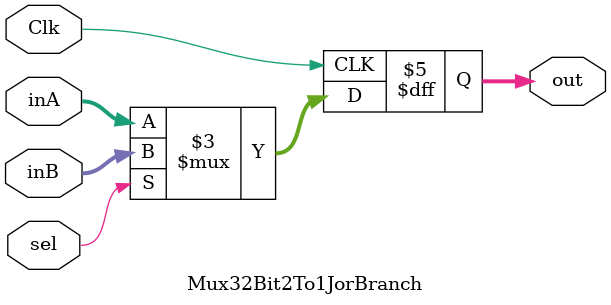
<source format=v>
`timescale 1ns / 1ps


module Mux32Bit2To1JorBranch(out, inA, inB, sel, Clk);
    output reg [31:0] out;
    input [31:0] inA, inB;
    input sel;
    input Clk;

    always @(posedge Clk) begin
        if (sel) 
            out <= inB;
        else 
            out <= inA;
    end
endmodule
</source>
